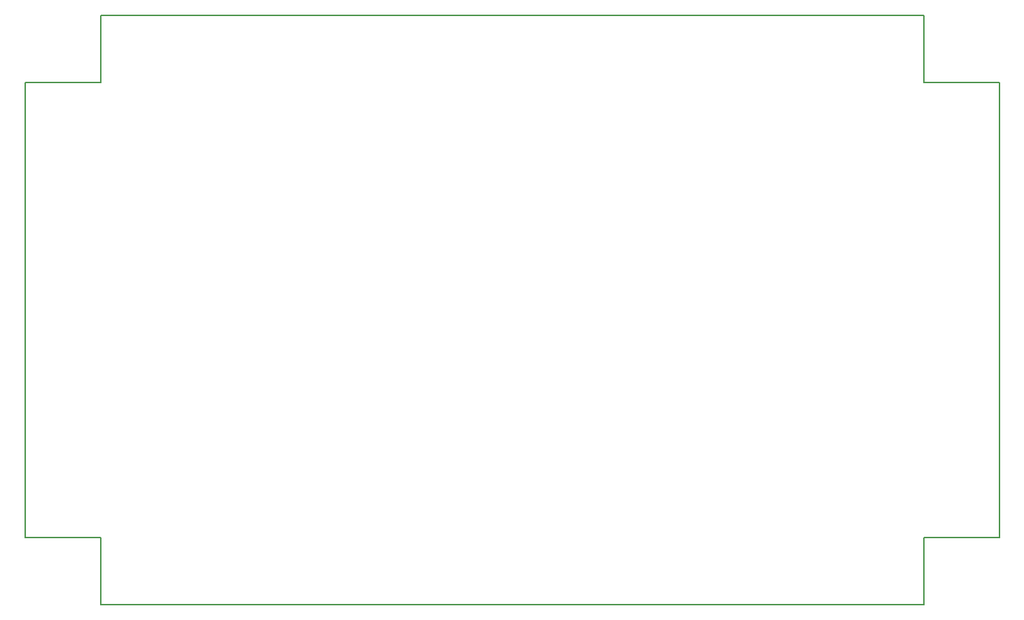
<source format=gm1>
G04 #@! TF.GenerationSoftware,KiCad,Pcbnew,(5.1.6)-1*
G04 #@! TF.CreationDate,2021-11-01T19:25:02+01:00*
G04 #@! TF.ProjectId,32mz_gauge4_sensors,33326d7a-5f67-4617-9567-65345f73656e,rev?*
G04 #@! TF.SameCoordinates,Original*
G04 #@! TF.FileFunction,Profile,NP*
%FSLAX46Y46*%
G04 Gerber Fmt 4.6, Leading zero omitted, Abs format (unit mm)*
G04 Created by KiCad (PCBNEW (5.1.6)-1) date 2021-11-01 19:25:02*
%MOMM*%
%LPD*%
G01*
G04 APERTURE LIST*
G04 #@! TA.AperFunction,Profile*
%ADD10C,0.150000*%
G04 #@! TD*
G04 APERTURE END LIST*
D10*
X25654000Y-93472000D02*
X25654000Y-38354000D01*
X34798000Y-93472000D02*
X25654000Y-93472000D01*
X34798000Y-101600000D02*
X34798000Y-93472000D01*
X134366000Y-101600000D02*
X34798000Y-101600000D01*
X134366000Y-93472000D02*
X134366000Y-101600000D01*
X143510000Y-93472000D02*
X134366000Y-93472000D01*
X143510000Y-38354000D02*
X143510000Y-93472000D01*
X134366000Y-38354000D02*
X143510000Y-38354000D01*
X134366000Y-30226000D02*
X134366000Y-38354000D01*
X34798000Y-30226000D02*
X134366000Y-30226000D01*
X34798000Y-38354000D02*
X34798000Y-30226000D01*
X25654000Y-38354000D02*
X34798000Y-38354000D01*
M02*

</source>
